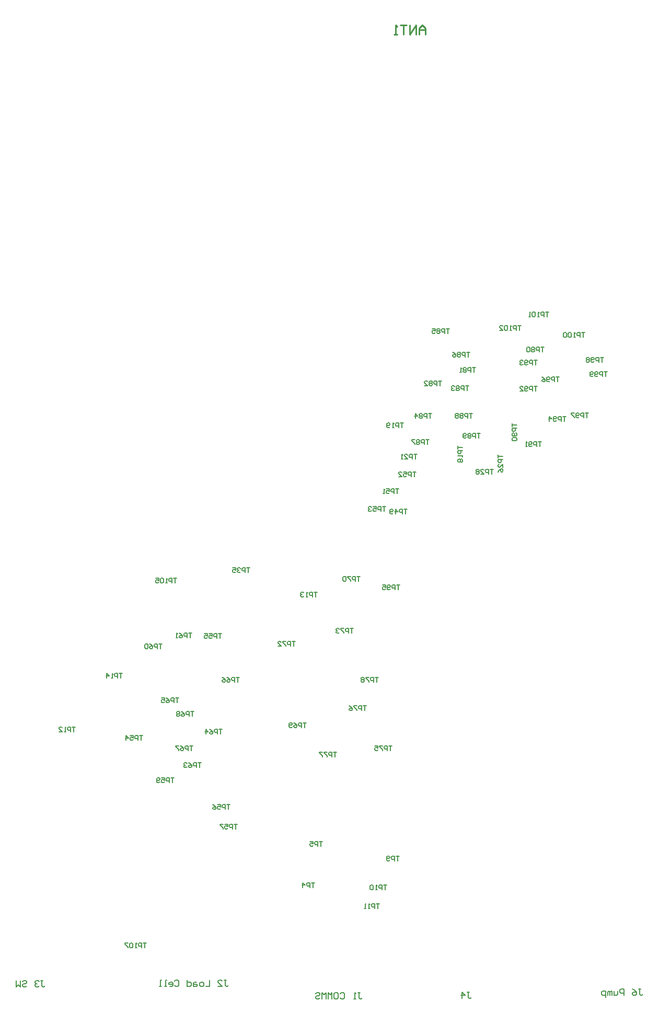
<source format=gbo>
G04 Layer_Color=32896*
%FSLAX25Y25*%
%MOIN*%
G70*
G01*
G75*
%ADD62C,0.00787*%
%ADD74C,0.01000*%
%ADD117C,0.00600*%
%ADD120C,0.00591*%
D62*
X169030Y307774D02*
X170342D01*
X169686D01*
Y304495D01*
X170342Y303839D01*
X170998D01*
X171653Y304495D01*
X167718Y307118D02*
X167062Y307774D01*
X165750D01*
X165094Y307118D01*
Y306462D01*
X165750Y305806D01*
X166406D01*
X165750D01*
X165094Y305151D01*
Y304495D01*
X165750Y303839D01*
X167062D01*
X167718Y304495D01*
X157222Y307118D02*
X157878Y307774D01*
X159190D01*
X159846Y307118D01*
Y306462D01*
X159190Y305806D01*
X157878D01*
X157222Y305151D01*
Y304495D01*
X157878Y303839D01*
X159190D01*
X159846Y304495D01*
X155911Y307774D02*
Y303839D01*
X154599Y305151D01*
X153287Y303839D01*
Y307774D01*
X285860Y307873D02*
X287172D01*
X286516D01*
Y304593D01*
X287172Y303937D01*
X287828D01*
X288484Y304593D01*
X281925Y303937D02*
X284548D01*
X281925Y306561D01*
Y307217D01*
X282581Y307873D01*
X283892D01*
X284548Y307217D01*
X276677Y307873D02*
Y303937D01*
X274053D01*
X272085D02*
X270773D01*
X270117Y304593D01*
Y305905D01*
X270773Y306561D01*
X272085D01*
X272741Y305905D01*
Y304593D01*
X272085Y303937D01*
X268150Y306561D02*
X266838D01*
X266182Y305905D01*
Y303937D01*
X268150D01*
X268806Y304593D01*
X268150Y305249D01*
X266182D01*
X262246Y307873D02*
Y303937D01*
X264214D01*
X264870Y304593D01*
Y305905D01*
X264214Y306561D01*
X262246D01*
X254375Y307217D02*
X255030Y307873D01*
X256342D01*
X256998Y307217D01*
Y304593D01*
X256342Y303937D01*
X255030D01*
X254375Y304593D01*
X251095Y303937D02*
X252407D01*
X253063Y304593D01*
Y305905D01*
X252407Y306561D01*
X251095D01*
X250439Y305905D01*
Y305249D01*
X253063D01*
X249127Y303937D02*
X247815D01*
X248471D01*
Y307873D01*
X249127D01*
X245847Y303937D02*
X244535D01*
X245191D01*
Y307873D01*
X245847D01*
X371097Y299900D02*
X372409D01*
X371753D01*
Y296620D01*
X372409Y295965D01*
X373064D01*
X373721Y296620D01*
X369785Y295965D02*
X368473D01*
X369129D01*
Y299900D01*
X369785Y299244D01*
X359945D02*
X360601Y299900D01*
X361913D01*
X362569Y299244D01*
Y296620D01*
X361913Y295965D01*
X360601D01*
X359945Y296620D01*
X356666Y299900D02*
X357978D01*
X358633Y299244D01*
Y296620D01*
X357978Y295965D01*
X356666D01*
X356010Y296620D01*
Y299244D01*
X356666Y299900D01*
X354698Y295965D02*
Y299900D01*
X353386Y298588D01*
X352074Y299900D01*
Y295965D01*
X350762D02*
Y299900D01*
X349450Y298588D01*
X348138Y299900D01*
Y295965D01*
X344202Y299244D02*
X344858Y299900D01*
X346170D01*
X346826Y299244D01*
Y298588D01*
X346170Y297932D01*
X344858D01*
X344202Y297276D01*
Y296620D01*
X344858Y295965D01*
X346170D01*
X346826Y296620D01*
X440978Y300294D02*
X442290D01*
X441635D01*
Y297014D01*
X442290Y296358D01*
X442946D01*
X443602Y297014D01*
X437699Y296358D02*
Y300294D01*
X439667Y298326D01*
X437043D01*
X550132Y302262D02*
X551444D01*
X550788D01*
Y298983D01*
X551444Y298327D01*
X552100D01*
X552756Y298983D01*
X546196Y302262D02*
X547508Y301607D01*
X548820Y300295D01*
Y298983D01*
X548164Y298327D01*
X546852D01*
X546196Y298983D01*
Y299639D01*
X546852Y300295D01*
X548820D01*
X540949Y298327D02*
Y302262D01*
X538981D01*
X538325Y301607D01*
Y300295D01*
X538981Y299639D01*
X540949D01*
X537013Y300951D02*
Y298983D01*
X536357Y298327D01*
X534389D01*
Y300951D01*
X533077Y298327D02*
Y300951D01*
X532421D01*
X531765Y300295D01*
Y298327D01*
Y300295D01*
X531109Y300951D01*
X530453Y300295D01*
Y298327D01*
X529142Y297015D02*
Y300951D01*
X527174D01*
X526518Y300295D01*
Y298983D01*
X527174Y298327D01*
X529142D01*
D74*
X414289Y910906D02*
Y914904D01*
X412290Y916904D01*
X410291Y914904D01*
Y910906D01*
Y913905D01*
X414289D01*
X408291Y910906D02*
Y916904D01*
X404293Y910906D01*
Y916904D01*
X402293D02*
X398295D01*
X400294D01*
Y910906D01*
X396295D02*
X394296D01*
X395296D01*
Y916904D01*
X396295Y915904D01*
D117*
X515751Y721011D02*
X513752D01*
X514751D01*
Y718012D01*
X512752D02*
Y721011D01*
X511253D01*
X510753Y720511D01*
Y719511D01*
X511253Y719011D01*
X512752D01*
X509753Y718012D02*
X508753D01*
X509253D01*
Y721011D01*
X509753Y720511D01*
X507254D02*
X506754Y721011D01*
X505754D01*
X505255Y720511D01*
Y718512D01*
X505754Y718012D01*
X506754D01*
X507254Y718512D01*
Y720511D01*
X504255D02*
X503755Y721011D01*
X502755D01*
X502256Y720511D01*
Y718512D01*
X502755Y718012D01*
X503755D01*
X504255Y718512D01*
Y720511D01*
X294084Y407378D02*
X292084D01*
X293084D01*
Y404379D01*
X291085D02*
Y407378D01*
X289585D01*
X289085Y406878D01*
Y405878D01*
X289585Y405378D01*
X291085D01*
X286086Y407378D02*
X288086D01*
Y405878D01*
X287086Y406378D01*
X286586D01*
X286086Y405878D01*
Y404879D01*
X286586Y404379D01*
X287586D01*
X288086Y404879D01*
X285087Y407378D02*
X283087D01*
Y406878D01*
X285087Y404879D01*
Y404379D01*
X233848Y463972D02*
X231848D01*
X232848D01*
Y460973D01*
X230849D02*
Y463972D01*
X229349D01*
X228849Y463473D01*
Y462473D01*
X229349Y461973D01*
X230849D01*
X225850Y463972D02*
X227850D01*
Y462473D01*
X226850Y462973D01*
X226350D01*
X225850Y462473D01*
Y461473D01*
X226350Y460973D01*
X227350D01*
X227850Y461473D01*
X223351Y460973D02*
Y463972D01*
X224851Y462473D01*
X222851D01*
X253828Y437005D02*
X251828D01*
X252828D01*
Y434006D01*
X250829D02*
Y437005D01*
X249329D01*
X248829Y436505D01*
Y435505D01*
X249329Y435005D01*
X250829D01*
X245830Y437005D02*
X247830D01*
Y435505D01*
X246830Y436005D01*
X246330D01*
X245830Y435505D01*
Y434506D01*
X246330Y434006D01*
X247330D01*
X247830Y434506D01*
X244830D02*
X244331Y434006D01*
X243331D01*
X242831Y434506D01*
Y436505D01*
X243331Y437005D01*
X244331D01*
X244830Y436505D01*
Y436005D01*
X244331Y435505D01*
X242831D01*
X246361Y522389D02*
X244362D01*
X245362D01*
Y519390D01*
X243362D02*
Y522389D01*
X241863D01*
X241363Y521889D01*
Y520889D01*
X241863Y520390D01*
X243362D01*
X238364Y522389D02*
X239364Y521889D01*
X240363Y520889D01*
Y519890D01*
X239863Y519390D01*
X238864D01*
X238364Y519890D01*
Y520390D01*
X238864Y520889D01*
X240363D01*
X237364Y521889D02*
X236864Y522389D01*
X235865D01*
X235365Y521889D01*
Y519890D01*
X235865Y519390D01*
X236864D01*
X237364Y519890D01*
Y521889D01*
X284143Y528933D02*
X282143D01*
X283143D01*
Y525934D01*
X281144D02*
Y528933D01*
X279644D01*
X279145Y528433D01*
Y527433D01*
X279644Y526934D01*
X281144D01*
X276145Y528933D02*
X278145D01*
Y527433D01*
X277145Y527933D01*
X276645D01*
X276145Y527433D01*
Y526434D01*
X276645Y525934D01*
X277645D01*
X278145Y526434D01*
X273146Y528933D02*
X275146D01*
Y527433D01*
X274146Y527933D01*
X273646D01*
X273146Y527433D01*
Y526434D01*
X273646Y525934D01*
X274646D01*
X275146Y526434D01*
X284635Y467909D02*
X282636D01*
X283635D01*
Y464910D01*
X281636D02*
Y467909D01*
X280136D01*
X279637Y467410D01*
Y466410D01*
X280136Y465910D01*
X281636D01*
X276638Y467909D02*
X277637Y467410D01*
X278637Y466410D01*
Y465410D01*
X278137Y464910D01*
X277137D01*
X276638Y465410D01*
Y465910D01*
X277137Y466410D01*
X278637D01*
X274138Y464910D02*
Y467909D01*
X275638Y466410D01*
X273639D01*
X256879Y487987D02*
X254880D01*
X255880D01*
Y484988D01*
X253880D02*
Y487987D01*
X252381D01*
X251881Y487487D01*
Y486488D01*
X252381Y485988D01*
X253880D01*
X248882Y487987D02*
X249882Y487487D01*
X250881Y486488D01*
Y485488D01*
X250381Y484988D01*
X249382D01*
X248882Y485488D01*
Y485988D01*
X249382Y486488D01*
X250881D01*
X245883Y487987D02*
X247882D01*
Y486488D01*
X246883Y486987D01*
X246383D01*
X245883Y486488D01*
Y485488D01*
X246383Y484988D01*
X247382D01*
X247882Y485488D01*
X331190Y523913D02*
X329191D01*
X330190D01*
Y520914D01*
X328191D02*
Y523913D01*
X326692D01*
X326192Y523413D01*
Y522414D01*
X326692Y521914D01*
X328191D01*
X325192Y523913D02*
X323193D01*
Y523413D01*
X325192Y521414D01*
Y520914D01*
X320194D02*
X322193D01*
X320194Y522914D01*
Y523413D01*
X320693Y523913D01*
X321693D01*
X322193Y523413D01*
X372713Y565362D02*
X370714D01*
X371714D01*
Y562363D01*
X369714D02*
Y565362D01*
X368215D01*
X367715Y564862D01*
Y563862D01*
X368215Y563362D01*
X369714D01*
X366715Y565362D02*
X364716D01*
Y564862D01*
X366715Y562862D01*
Y562363D01*
X363716Y564862D02*
X363216Y565362D01*
X362217D01*
X361717Y564862D01*
Y562862D01*
X362217Y562363D01*
X363216D01*
X363716Y562862D01*
Y564862D01*
X376567Y482871D02*
X374567D01*
X375567D01*
Y479872D01*
X373568D02*
Y482871D01*
X372068D01*
X371568Y482371D01*
Y481372D01*
X372068Y480872D01*
X373568D01*
X370569Y482871D02*
X368569D01*
Y482371D01*
X370569Y480372D01*
Y479872D01*
X365570Y482871D02*
X366570Y482371D01*
X367569Y481372D01*
Y480372D01*
X367070Y479872D01*
X366070D01*
X365570Y480372D01*
Y480872D01*
X366070Y481372D01*
X367569D01*
X384143Y501079D02*
X382143D01*
X383143D01*
Y498080D01*
X381144D02*
Y501079D01*
X379644D01*
X379145Y500579D01*
Y499579D01*
X379644Y499079D01*
X381144D01*
X378145Y501079D02*
X376145D01*
Y500579D01*
X378145Y498579D01*
Y498080D01*
X375146Y500579D02*
X374646Y501079D01*
X373646D01*
X373146Y500579D01*
Y500079D01*
X373646Y499579D01*
X373146Y499079D01*
Y498579D01*
X373646Y498080D01*
X374646D01*
X375146Y498579D01*
Y499079D01*
X374646Y499579D01*
X375146Y500079D01*
Y500579D01*
X374646Y499579D02*
X373646D01*
X289655Y419878D02*
X287655D01*
X288655D01*
Y416879D01*
X286656D02*
Y419878D01*
X285156D01*
X284656Y419378D01*
Y418378D01*
X285156Y417878D01*
X286656D01*
X281657Y419878D02*
X283657D01*
Y418378D01*
X282657Y418878D01*
X282157D01*
X281657Y418378D01*
Y417379D01*
X282157Y416879D01*
X283157D01*
X283657Y417379D01*
X278658Y419878D02*
X279658Y419378D01*
X280658Y418378D01*
Y417379D01*
X280158Y416879D01*
X279158D01*
X278658Y417379D01*
Y417878D01*
X279158Y418378D01*
X280658D01*
X271151Y446550D02*
X269152D01*
X270151D01*
Y443551D01*
X268152D02*
Y446550D01*
X266652D01*
X266153Y446050D01*
Y445051D01*
X266652Y444551D01*
X268152D01*
X263154Y446550D02*
X264153Y446050D01*
X265153Y445051D01*
Y444051D01*
X264653Y443551D01*
X263653D01*
X263154Y444051D01*
Y444551D01*
X263653Y445051D01*
X265153D01*
X262154Y446050D02*
X261654Y446550D01*
X260654D01*
X260155Y446050D01*
Y445550D01*
X260654Y445051D01*
X261154D01*
X260654D01*
X260155Y444551D01*
Y444051D01*
X260654Y443551D01*
X261654D01*
X262154Y444051D01*
X393001Y457476D02*
X391002D01*
X392001D01*
Y454477D01*
X390002D02*
Y457476D01*
X388503D01*
X388003Y456976D01*
Y455977D01*
X388503Y455477D01*
X390002D01*
X387003Y457476D02*
X385004D01*
Y456976D01*
X387003Y454977D01*
Y454477D01*
X382005Y457476D02*
X384004D01*
Y455977D01*
X383004Y456477D01*
X382505D01*
X382005Y455977D01*
Y454977D01*
X382505Y454477D01*
X383504D01*
X384004Y454977D01*
X265147Y529228D02*
X263147D01*
X264147D01*
Y526229D01*
X262148D02*
Y529228D01*
X260648D01*
X260148Y528728D01*
Y527729D01*
X260648Y527229D01*
X262148D01*
X257149Y529228D02*
X258149Y528728D01*
X259149Y527729D01*
Y526729D01*
X258649Y526229D01*
X257649D01*
X257149Y526729D01*
Y527229D01*
X257649Y527729D01*
X259149D01*
X256150Y526229D02*
X255150D01*
X255650D01*
Y529228D01*
X256150Y528728D01*
X266033Y457475D02*
X264034D01*
X265033D01*
Y454476D01*
X263034D02*
Y457475D01*
X261534D01*
X261034Y456975D01*
Y455976D01*
X261534Y455476D01*
X263034D01*
X258035Y457475D02*
X259035Y456975D01*
X260035Y455976D01*
Y454976D01*
X259535Y454476D01*
X258535D01*
X258035Y454976D01*
Y455476D01*
X258535Y455976D01*
X260035D01*
X257036Y457475D02*
X255036D01*
Y456975D01*
X257036Y454976D01*
Y454476D01*
X266427Y479227D02*
X264427D01*
X265427D01*
Y476228D01*
X263428D02*
Y479227D01*
X261928D01*
X261428Y478727D01*
Y477728D01*
X261928Y477228D01*
X263428D01*
X258429Y479227D02*
X259429Y478727D01*
X260429Y477728D01*
Y476728D01*
X259929Y476228D01*
X258929D01*
X258429Y476728D01*
Y477228D01*
X258929Y477728D01*
X260429D01*
X257430Y478727D02*
X256930Y479227D01*
X255930D01*
X255430Y478727D01*
Y478228D01*
X255930Y477728D01*
X255430Y477228D01*
Y476728D01*
X255930Y476228D01*
X256930D01*
X257430Y476728D01*
Y477228D01*
X256930Y477728D01*
X257430Y478228D01*
Y478727D01*
X256930Y477728D02*
X255930D01*
X338375Y472043D02*
X336376D01*
X337375D01*
Y469044D01*
X335376D02*
Y472043D01*
X333877D01*
X333377Y471543D01*
Y470544D01*
X333877Y470044D01*
X335376D01*
X330378Y472043D02*
X331377Y471543D01*
X332377Y470544D01*
Y469544D01*
X331877Y469044D01*
X330877D01*
X330378Y469544D01*
Y470044D01*
X330877Y470544D01*
X332377D01*
X329378Y469544D02*
X328878Y469044D01*
X327878D01*
X327379Y469544D01*
Y471543D01*
X327878Y472043D01*
X328878D01*
X329378Y471543D01*
Y471043D01*
X328878Y470544D01*
X327379D01*
X368297Y532278D02*
X366297D01*
X367297D01*
Y529279D01*
X365298D02*
Y532278D01*
X363798D01*
X363298Y531779D01*
Y530779D01*
X363798Y530279D01*
X365298D01*
X362299Y532278D02*
X360299D01*
Y531779D01*
X362299Y529779D01*
Y529279D01*
X359300Y531779D02*
X358800Y532278D01*
X357800D01*
X357300Y531779D01*
Y531279D01*
X357800Y530779D01*
X358300D01*
X357800D01*
X357300Y530279D01*
Y529779D01*
X357800Y529279D01*
X358800D01*
X359300Y529779D01*
X357568Y453441D02*
X355569D01*
X356568D01*
Y450442D01*
X354569D02*
Y453441D01*
X353069D01*
X352570Y452941D01*
Y451941D01*
X353069Y451441D01*
X354569D01*
X351570Y453441D02*
X349571D01*
Y452941D01*
X351570Y450942D01*
Y450442D01*
X348571Y453441D02*
X346572D01*
Y452941D01*
X348571Y450942D01*
Y450442D01*
X489865Y711562D02*
X487866D01*
X488866D01*
Y708563D01*
X486866D02*
Y711562D01*
X485367D01*
X484867Y711062D01*
Y710063D01*
X485367Y709563D01*
X486866D01*
X483867Y711062D02*
X483367Y711562D01*
X482368D01*
X481868Y711062D01*
Y710562D01*
X482368Y710063D01*
X481868Y709563D01*
Y709063D01*
X482368Y708563D01*
X483367D01*
X483867Y709063D01*
Y709563D01*
X483367Y710063D01*
X483867Y710562D01*
Y711062D01*
X483367Y710063D02*
X482368D01*
X480868Y711062D02*
X480369Y711562D01*
X479369D01*
X478869Y711062D01*
Y709063D01*
X479369Y708563D01*
X480369D01*
X480868Y709063D01*
Y711062D01*
X446264Y698618D02*
X444264D01*
X445264D01*
Y695619D01*
X443264D02*
Y698618D01*
X441765D01*
X441265Y698118D01*
Y697118D01*
X441765Y696618D01*
X443264D01*
X440265Y698118D02*
X439766Y698618D01*
X438766D01*
X438266Y698118D01*
Y697618D01*
X438766Y697118D01*
X438266Y696618D01*
Y696118D01*
X438766Y695619D01*
X439766D01*
X440265Y696118D01*
Y696618D01*
X439766Y697118D01*
X440265Y697618D01*
Y698118D01*
X439766Y697118D02*
X438766D01*
X437266Y695619D02*
X436267D01*
X436766D01*
Y698618D01*
X437266Y698118D01*
X424708Y690105D02*
X422709D01*
X423708D01*
Y687106D01*
X421709D02*
Y690105D01*
X420209D01*
X419709Y689606D01*
Y688606D01*
X420209Y688106D01*
X421709D01*
X418710Y689606D02*
X418210Y690105D01*
X417210D01*
X416711Y689606D01*
Y689106D01*
X417210Y688606D01*
X416711Y688106D01*
Y687606D01*
X417210Y687106D01*
X418210D01*
X418710Y687606D01*
Y688106D01*
X418210Y688606D01*
X418710Y689106D01*
Y689606D01*
X418210Y688606D02*
X417210D01*
X413712Y687106D02*
X415711D01*
X413712Y689106D01*
Y689606D01*
X414211Y690105D01*
X415211D01*
X415711Y689606D01*
X441721Y686974D02*
X439722D01*
X440722D01*
Y683975D01*
X438722D02*
Y686974D01*
X437223D01*
X436723Y686474D01*
Y685474D01*
X437223Y684975D01*
X438722D01*
X435723Y686474D02*
X435223Y686974D01*
X434224D01*
X433724Y686474D01*
Y685974D01*
X434224Y685474D01*
X433724Y684975D01*
Y684475D01*
X434224Y683975D01*
X435223D01*
X435723Y684475D01*
Y684975D01*
X435223Y685474D01*
X435723Y685974D01*
Y686474D01*
X435223Y685474D02*
X434224D01*
X432724Y686474D02*
X432224Y686974D01*
X431225D01*
X430725Y686474D01*
Y685974D01*
X431225Y685474D01*
X431725D01*
X431225D01*
X430725Y684975D01*
Y684475D01*
X431225Y683975D01*
X432224D01*
X432724Y684475D01*
X418310Y669338D02*
X416311D01*
X417311D01*
Y666339D01*
X415311D02*
Y669338D01*
X413812D01*
X413312Y668838D01*
Y667838D01*
X413812Y667338D01*
X415311D01*
X412312Y668838D02*
X411812Y669338D01*
X410813D01*
X410313Y668838D01*
Y668338D01*
X410813Y667838D01*
X410313Y667338D01*
Y666838D01*
X410813Y666339D01*
X411812D01*
X412312Y666838D01*
Y667338D01*
X411812Y667838D01*
X412312Y668338D01*
Y668838D01*
X411812Y667838D02*
X410813D01*
X407814Y666339D02*
Y669338D01*
X409313Y667838D01*
X407314D01*
X429531Y723520D02*
X427531D01*
X428531D01*
Y720520D01*
X426532D02*
Y723520D01*
X425032D01*
X424532Y723020D01*
Y722020D01*
X425032Y721520D01*
X426532D01*
X423533Y723020D02*
X423033Y723520D01*
X422033D01*
X421533Y723020D01*
Y722520D01*
X422033Y722020D01*
X421533Y721520D01*
Y721020D01*
X422033Y720520D01*
X423033D01*
X423533Y721020D01*
Y721520D01*
X423033Y722020D01*
X423533Y722520D01*
Y723020D01*
X423033Y722020D02*
X422033D01*
X418534Y723520D02*
X420534D01*
Y722020D01*
X419534Y722520D01*
X419034D01*
X418534Y722020D01*
Y721020D01*
X419034Y720520D01*
X420034D01*
X420534Y721020D01*
X442621Y708413D02*
X440622D01*
X441621D01*
Y705414D01*
X439622D02*
Y708413D01*
X438122D01*
X437623Y707913D01*
Y706913D01*
X438122Y706413D01*
X439622D01*
X436623Y707913D02*
X436123Y708413D01*
X435123D01*
X434624Y707913D01*
Y707413D01*
X435123Y706913D01*
X434624Y706413D01*
Y705914D01*
X435123Y705414D01*
X436123D01*
X436623Y705914D01*
Y706413D01*
X436123Y706913D01*
X436623Y707413D01*
Y707913D01*
X436123Y706913D02*
X435123D01*
X431625Y708413D02*
X432624Y707913D01*
X433624Y706913D01*
Y705914D01*
X433124Y705414D01*
X432124D01*
X431625Y705914D01*
Y706413D01*
X432124Y706913D01*
X433624D01*
X416440Y652605D02*
X414441D01*
X415441D01*
Y649606D01*
X413441D02*
Y652605D01*
X411942D01*
X411442Y652106D01*
Y651106D01*
X411942Y650606D01*
X413441D01*
X410442Y652106D02*
X409942Y652605D01*
X408943D01*
X408443Y652106D01*
Y651606D01*
X408943Y651106D01*
X408443Y650606D01*
Y650106D01*
X408943Y649606D01*
X409942D01*
X410442Y650106D01*
Y650606D01*
X409942Y651106D01*
X410442Y651606D01*
Y652106D01*
X409942Y651106D02*
X408943D01*
X407443Y652605D02*
X405444D01*
Y652106D01*
X407443Y650106D01*
Y649606D01*
X444295Y669386D02*
X442295D01*
X443295D01*
Y666387D01*
X441295D02*
Y669386D01*
X439796D01*
X439296Y668886D01*
Y667886D01*
X439796Y667386D01*
X441295D01*
X438297Y668886D02*
X437797Y669386D01*
X436797D01*
X436297Y668886D01*
Y668386D01*
X436797Y667886D01*
X436297Y667386D01*
Y666887D01*
X436797Y666387D01*
X437797D01*
X438297Y666887D01*
Y667386D01*
X437797Y667886D01*
X438297Y668386D01*
Y668886D01*
X437797Y667886D02*
X436797D01*
X435297Y668886D02*
X434798Y669386D01*
X433798D01*
X433298Y668886D01*
Y668386D01*
X433798Y667886D01*
X433298Y667386D01*
Y666887D01*
X433798Y666387D01*
X434798D01*
X435297Y666887D01*
Y667386D01*
X434798Y667886D01*
X435297Y668386D01*
Y668886D01*
X434798Y667886D02*
X433798D01*
X449216Y656689D02*
X447216D01*
X448216D01*
Y653690D01*
X446217D02*
Y656689D01*
X444717D01*
X444217Y656189D01*
Y655189D01*
X444717Y654690D01*
X446217D01*
X443218Y656189D02*
X442718Y656689D01*
X441718D01*
X441218Y656189D01*
Y655689D01*
X441718Y655189D01*
X441218Y654690D01*
Y654190D01*
X441718Y653690D01*
X442718D01*
X443218Y654190D01*
Y654690D01*
X442718Y655189D01*
X443218Y655689D01*
Y656189D01*
X442718Y655189D02*
X441718D01*
X440219Y654190D02*
X439719Y653690D01*
X438719D01*
X438219Y654190D01*
Y656189D01*
X438719Y656689D01*
X439719D01*
X440219Y656189D01*
Y655689D01*
X439719Y655189D01*
X438219D01*
X469543Y662944D02*
Y660945D01*
Y661944D01*
X472542D01*
Y659945D02*
X469543D01*
Y658446D01*
X470043Y657946D01*
X471043D01*
X471543Y658446D01*
Y659945D01*
X472043Y656946D02*
X472542Y656446D01*
Y655447D01*
X472043Y654947D01*
X470043D01*
X469543Y655447D01*
Y656446D01*
X470043Y656946D01*
X470543D01*
X471043Y656446D01*
Y654947D01*
X470043Y653947D02*
X469543Y653447D01*
Y652448D01*
X470043Y651948D01*
X472043D01*
X472542Y652448D01*
Y653447D01*
X472043Y653947D01*
X470043D01*
X488094Y651326D02*
X486094D01*
X487094D01*
Y648327D01*
X485095D02*
Y651326D01*
X483595D01*
X483095Y650826D01*
Y649826D01*
X483595Y649327D01*
X485095D01*
X482096Y648827D02*
X481596Y648327D01*
X480596D01*
X480096Y648827D01*
Y650826D01*
X480596Y651326D01*
X481596D01*
X482096Y650826D01*
Y650326D01*
X481596Y649826D01*
X480096D01*
X479097Y648327D02*
X478097D01*
X478597D01*
Y651326D01*
X479097Y650826D01*
X485535Y703244D02*
X483535D01*
X484535D01*
Y700245D01*
X482536D02*
Y703244D01*
X481036D01*
X480536Y702744D01*
Y701744D01*
X481036Y701245D01*
X482536D01*
X479537Y700745D02*
X479037Y700245D01*
X478037D01*
X477537Y700745D01*
Y702744D01*
X478037Y703244D01*
X479037D01*
X479537Y702744D01*
Y702244D01*
X479037Y701744D01*
X477537D01*
X476538Y702744D02*
X476038Y703244D01*
X475038D01*
X474538Y702744D01*
Y702244D01*
X475038Y701744D01*
X475538D01*
X475038D01*
X474538Y701245D01*
Y700745D01*
X475038Y700245D01*
X476038D01*
X476538Y700745D01*
X503842Y667516D02*
X501842D01*
X502842D01*
Y664517D01*
X500843D02*
Y667516D01*
X499343D01*
X498843Y667016D01*
Y666016D01*
X499343Y665516D01*
X500843D01*
X497844Y665016D02*
X497344Y664517D01*
X496344D01*
X495844Y665016D01*
Y667016D01*
X496344Y667516D01*
X497344D01*
X497844Y667016D01*
Y666516D01*
X497344Y666016D01*
X495844D01*
X493345Y664517D02*
Y667516D01*
X494845Y666016D01*
X492845D01*
X499609Y692665D02*
X497610D01*
X498609D01*
Y689666D01*
X496610D02*
Y692665D01*
X495110D01*
X494611Y692165D01*
Y691165D01*
X495110Y690665D01*
X496610D01*
X493611Y690165D02*
X493111Y689666D01*
X492111D01*
X491611Y690165D01*
Y692165D01*
X492111Y692665D01*
X493111D01*
X493611Y692165D01*
Y691665D01*
X493111Y691165D01*
X491611D01*
X488613Y692665D02*
X489612Y692165D01*
X490612Y691165D01*
Y690165D01*
X490112Y689666D01*
X489112D01*
X488613Y690165D01*
Y690665D01*
X489112Y691165D01*
X490612D01*
X518310Y669583D02*
X516311D01*
X517311D01*
Y666583D01*
X515311D02*
Y669583D01*
X513812D01*
X513312Y669083D01*
Y668083D01*
X513812Y667583D01*
X515311D01*
X512312Y667083D02*
X511812Y666583D01*
X510813D01*
X510313Y667083D01*
Y669083D01*
X510813Y669583D01*
X511812D01*
X512312Y669083D01*
Y668583D01*
X511812Y668083D01*
X510313D01*
X509313Y669583D02*
X507314D01*
Y669083D01*
X509313Y667083D01*
Y666583D01*
X527857Y705066D02*
X525858D01*
X526858D01*
Y702067D01*
X524859D02*
Y705066D01*
X523359D01*
X522859Y704566D01*
Y703567D01*
X523359Y703067D01*
X524859D01*
X521860Y702567D02*
X521360Y702067D01*
X520360D01*
X519860Y702567D01*
Y704566D01*
X520360Y705066D01*
X521360D01*
X521860Y704566D01*
Y704066D01*
X521360Y703567D01*
X519860D01*
X518860Y704566D02*
X518361Y705066D01*
X517361D01*
X516861Y704566D01*
Y704066D01*
X517361Y703567D01*
X516861Y703067D01*
Y702567D01*
X517361Y702067D01*
X518361D01*
X518860Y702567D01*
Y703067D01*
X518361Y703567D01*
X518860Y704066D01*
Y704566D01*
X518361Y703567D02*
X517361D01*
X530220Y695862D02*
X528220D01*
X529220D01*
Y692863D01*
X527221D02*
Y695862D01*
X525721D01*
X525221Y695362D01*
Y694363D01*
X525721Y693863D01*
X527221D01*
X524222Y693363D02*
X523722Y692863D01*
X522722D01*
X522222Y693363D01*
Y695362D01*
X522722Y695862D01*
X523722D01*
X524222Y695362D01*
Y694862D01*
X523722Y694363D01*
X522222D01*
X521223Y693363D02*
X520723Y692863D01*
X519723D01*
X519223Y693363D01*
Y695362D01*
X519723Y695862D01*
X520723D01*
X521223Y695362D01*
Y694862D01*
X520723Y694363D01*
X519223D01*
X475200Y725440D02*
X473201D01*
X474200D01*
Y722441D01*
X472201D02*
Y725440D01*
X470702D01*
X470202Y724940D01*
Y723941D01*
X470702Y723441D01*
X472201D01*
X469202Y722441D02*
X468202D01*
X468702D01*
Y725440D01*
X469202Y724940D01*
X466703D02*
X466203Y725440D01*
X465203D01*
X464703Y724940D01*
Y722941D01*
X465203Y722441D01*
X466203D01*
X466703Y722941D01*
Y724940D01*
X461704Y722441D02*
X463704D01*
X461704Y724440D01*
Y724940D01*
X462204Y725440D01*
X463204D01*
X463704Y724940D01*
X343409Y370026D02*
X341409D01*
X342409D01*
Y367027D01*
X340410D02*
Y370026D01*
X338910D01*
X338410Y369527D01*
Y368527D01*
X338910Y368027D01*
X340410D01*
X335911Y367027D02*
Y370026D01*
X337411Y368527D01*
X335411D01*
X348625Y396503D02*
X346626D01*
X347626D01*
Y393504D01*
X345626D02*
Y396503D01*
X344127D01*
X343627Y396003D01*
Y395004D01*
X344127Y394504D01*
X345626D01*
X340628Y396503D02*
X342627D01*
Y395004D01*
X341628Y395503D01*
X341128D01*
X340628Y395004D01*
Y394004D01*
X341128Y393504D01*
X342127D01*
X342627Y394004D01*
X397543Y387153D02*
X395543D01*
X396543D01*
Y384154D01*
X394544D02*
Y387153D01*
X393044D01*
X392544Y386653D01*
Y385653D01*
X393044Y385153D01*
X394544D01*
X391545Y384653D02*
X391045Y384154D01*
X390045D01*
X389545Y384653D01*
Y386653D01*
X390045Y387153D01*
X391045D01*
X391545Y386653D01*
Y386153D01*
X391045Y385653D01*
X389545D01*
X389472Y368649D02*
X387472D01*
X388472D01*
Y365650D01*
X386473D02*
Y368649D01*
X384973D01*
X384473Y368149D01*
Y367149D01*
X384973Y366649D01*
X386473D01*
X383473Y365650D02*
X382474D01*
X382974D01*
Y368649D01*
X383473Y368149D01*
X380974D02*
X380474Y368649D01*
X379475D01*
X378975Y368149D01*
Y366149D01*
X379475Y365650D01*
X380474D01*
X380974Y366149D01*
Y368149D01*
X384747Y356739D02*
X382748D01*
X383748D01*
Y353740D01*
X381748D02*
Y356739D01*
X380249D01*
X379749Y356239D01*
Y355240D01*
X380249Y354740D01*
X381748D01*
X378749Y353740D02*
X377749D01*
X378249D01*
Y356739D01*
X378749Y356239D01*
X376250Y353740D02*
X375250D01*
X375750D01*
Y356739D01*
X376250Y356239D01*
X191033Y469484D02*
X189033D01*
X190033D01*
Y466485D01*
X188034D02*
Y469484D01*
X186534D01*
X186034Y468984D01*
Y467985D01*
X186534Y467485D01*
X188034D01*
X185035Y466485D02*
X184035D01*
X184535D01*
Y469484D01*
X185035Y468984D01*
X180536Y466485D02*
X182535D01*
X180536Y468484D01*
Y468984D01*
X181036Y469484D01*
X182036D01*
X182535Y468984D01*
X345180Y555361D02*
X343181D01*
X344181D01*
Y552362D01*
X342181D02*
Y555361D01*
X340682D01*
X340182Y554861D01*
Y553862D01*
X340682Y553362D01*
X342181D01*
X339182Y552362D02*
X338183D01*
X338683D01*
Y555361D01*
X339182Y554861D01*
X336683D02*
X336183Y555361D01*
X335184D01*
X334684Y554861D01*
Y554362D01*
X335184Y553862D01*
X335683D01*
X335184D01*
X334684Y553362D01*
Y552862D01*
X335184Y552362D01*
X336183D01*
X336683Y552862D01*
X220954Y503539D02*
X218954D01*
X219954D01*
Y500540D01*
X217955D02*
Y503539D01*
X216455D01*
X215955Y503039D01*
Y502040D01*
X216455Y501540D01*
X217955D01*
X214956Y500540D02*
X213956D01*
X214456D01*
Y503539D01*
X214956Y503039D01*
X210957Y500540D02*
Y503539D01*
X212457Y502040D01*
X210457D01*
X434996Y648721D02*
Y646721D01*
Y647721D01*
X437995D01*
Y645721D02*
X434996D01*
Y644222D01*
X435496Y643722D01*
X436496D01*
X436996Y644222D01*
Y645721D01*
X437995Y642722D02*
Y641723D01*
Y642223D01*
X434996D01*
X435496Y642722D01*
Y640223D02*
X434996Y639723D01*
Y638724D01*
X435496Y638224D01*
X435996D01*
X436496Y638724D01*
X436996Y638224D01*
X437496D01*
X437995Y638724D01*
Y639723D01*
X437496Y640223D01*
X436996D01*
X436496Y639723D01*
X435996Y640223D01*
X435496D01*
X436496Y639723D02*
Y638724D01*
X400200Y663235D02*
X398201D01*
X399200D01*
Y660236D01*
X397201D02*
Y663235D01*
X395702D01*
X395202Y662735D01*
Y661736D01*
X395702Y661236D01*
X397201D01*
X394202Y660236D02*
X393202D01*
X393702D01*
Y663235D01*
X394202Y662735D01*
X391703Y660736D02*
X391203Y660236D01*
X390203D01*
X389703Y660736D01*
Y662735D01*
X390203Y663235D01*
X391203D01*
X391703Y662735D01*
Y662236D01*
X391203Y661736D01*
X389703D01*
X408763Y643255D02*
X406764D01*
X407763D01*
Y640256D01*
X405764D02*
Y643255D01*
X404264D01*
X403765Y642755D01*
Y641755D01*
X404264Y641256D01*
X405764D01*
X400766Y640256D02*
X402765D01*
X400766Y642255D01*
Y642755D01*
X401265Y643255D01*
X402265D01*
X402765Y642755D01*
X399766Y640256D02*
X398766D01*
X399266D01*
Y643255D01*
X399766Y642755D01*
X302267Y571011D02*
X300268D01*
X301267D01*
Y568012D01*
X299268D02*
Y571011D01*
X297768D01*
X297269Y570511D01*
Y569511D01*
X297768Y569011D01*
X299268D01*
X296269Y570511D02*
X295769Y571011D01*
X294769D01*
X294269Y570511D01*
Y570011D01*
X294769Y569511D01*
X295269D01*
X294769D01*
X294269Y569011D01*
Y568512D01*
X294769Y568012D01*
X295769D01*
X296269Y568512D01*
X291270Y571011D02*
X293270D01*
Y569511D01*
X292270Y570011D01*
X291770D01*
X291270Y569511D01*
Y568512D01*
X291770Y568012D01*
X292770D01*
X293270Y568512D01*
X402661Y608216D02*
X400661D01*
X401661D01*
Y605217D01*
X399662D02*
Y608216D01*
X398162D01*
X397662Y607716D01*
Y606716D01*
X398162Y606216D01*
X399662D01*
X395163Y605217D02*
Y608216D01*
X396663Y606716D01*
X394663D01*
X393664Y605716D02*
X393164Y605217D01*
X392164D01*
X391664Y605716D01*
Y607716D01*
X392164Y608216D01*
X393164D01*
X393664Y607716D01*
Y607216D01*
X393164Y606716D01*
X391664D01*
X397346Y621306D02*
X395346D01*
X396346D01*
Y618307D01*
X394347D02*
Y621306D01*
X392847D01*
X392347Y620806D01*
Y619807D01*
X392847Y619307D01*
X394347D01*
X389348Y621306D02*
X391348D01*
Y619807D01*
X390348Y620306D01*
X389848D01*
X389348Y619807D01*
Y618807D01*
X389848Y618307D01*
X390848D01*
X391348Y618807D01*
X388349Y618307D02*
X387349D01*
X387849D01*
Y621306D01*
X388349Y620806D01*
X408074Y632034D02*
X406075D01*
X407074D01*
Y629035D01*
X405075D02*
Y632034D01*
X403576D01*
X403076Y631535D01*
Y630535D01*
X403576Y630035D01*
X405075D01*
X400077Y632034D02*
X402076D01*
Y630535D01*
X401076Y631035D01*
X400576D01*
X400077Y630535D01*
Y629535D01*
X400576Y629035D01*
X401576D01*
X402076Y629535D01*
X397078Y629035D02*
X399077D01*
X397078Y631035D01*
Y631535D01*
X397577Y632034D01*
X398577D01*
X399077Y631535D01*
X388783Y609987D02*
X386783D01*
X387783D01*
Y606988D01*
X385784D02*
Y609987D01*
X384284D01*
X383784Y609487D01*
Y608488D01*
X384284Y607988D01*
X385784D01*
X380785Y609987D02*
X382785D01*
Y608488D01*
X381785Y608988D01*
X381285D01*
X380785Y608488D01*
Y607488D01*
X381285Y606988D01*
X382285D01*
X382785Y607488D01*
X379786Y609487D02*
X379286Y609987D01*
X378286D01*
X377786Y609487D01*
Y608988D01*
X378286Y608488D01*
X378786D01*
X378286D01*
X377786Y607988D01*
Y607488D01*
X378286Y606988D01*
X379286D01*
X379786Y607488D01*
X295659Y501177D02*
X293659D01*
X294659D01*
Y498178D01*
X292659D02*
Y501177D01*
X291160D01*
X290660Y500677D01*
Y499678D01*
X291160Y499178D01*
X292659D01*
X287661Y501177D02*
X288661Y500677D01*
X289661Y499678D01*
Y498678D01*
X289161Y498178D01*
X288161D01*
X287661Y498678D01*
Y499178D01*
X288161Y499678D01*
X289661D01*
X284662Y501177D02*
X285662Y500677D01*
X286662Y499678D01*
Y498678D01*
X286162Y498178D01*
X285162D01*
X284662Y498678D01*
Y499178D01*
X285162Y499678D01*
X286662D01*
X485436Y686562D02*
X483437D01*
X484437D01*
Y683563D01*
X482437D02*
Y686562D01*
X480938D01*
X480438Y686062D01*
Y685063D01*
X480938Y684563D01*
X482437D01*
X479438Y684063D02*
X478938Y683563D01*
X477939D01*
X477439Y684063D01*
Y686062D01*
X477939Y686562D01*
X478938D01*
X479438Y686062D01*
Y685562D01*
X478938Y685063D01*
X477439D01*
X474440Y683563D02*
X476439D01*
X474440Y685562D01*
Y686062D01*
X474940Y686562D01*
X475939D01*
X476439Y686062D01*
X397726Y559937D02*
X395726D01*
X396726D01*
Y556938D01*
X394726D02*
Y559937D01*
X393227D01*
X392727Y559437D01*
Y558437D01*
X393227Y557937D01*
X394726D01*
X391727Y557438D02*
X391228Y556938D01*
X390228D01*
X389728Y557438D01*
Y559437D01*
X390228Y559937D01*
X391228D01*
X391727Y559437D01*
Y558937D01*
X391228Y558437D01*
X389728D01*
X386729Y559937D02*
X388728D01*
Y558437D01*
X387729Y558937D01*
X387229D01*
X386729Y558437D01*
Y557438D01*
X387229Y556938D01*
X388229D01*
X388728Y557438D01*
X255613Y564318D02*
X253614D01*
X254614D01*
Y561319D01*
X252614D02*
Y564318D01*
X251115D01*
X250615Y563818D01*
Y562818D01*
X251115Y562319D01*
X252614D01*
X249615Y561319D02*
X248616D01*
X249115D01*
Y564318D01*
X249615Y563818D01*
X247116D02*
X246616Y564318D01*
X245617D01*
X245117Y563818D01*
Y561819D01*
X245617Y561319D01*
X246616D01*
X247116Y561819D01*
Y563818D01*
X242118Y564318D02*
X244117D01*
Y562818D01*
X243117Y563318D01*
X242618D01*
X242118Y562818D01*
Y561819D01*
X242618Y561319D01*
X243617D01*
X244117Y561819D01*
X236125Y331641D02*
X234126D01*
X235126D01*
Y328642D01*
X233126D02*
Y331641D01*
X231627D01*
X231127Y331141D01*
Y330141D01*
X231627Y329641D01*
X233126D01*
X230127Y328642D02*
X229128D01*
X229627D01*
Y331641D01*
X230127Y331141D01*
X227628D02*
X227128Y331641D01*
X226129D01*
X225629Y331141D01*
Y329142D01*
X226129Y328642D01*
X227128D01*
X227628Y329142D01*
Y331141D01*
X224629Y331641D02*
X222630D01*
Y331141D01*
X224629Y329142D01*
Y328642D01*
X457385Y633806D02*
X455386D01*
X456385D01*
Y630807D01*
X454386D02*
Y633806D01*
X452886D01*
X452387Y633306D01*
Y632306D01*
X452886Y631807D01*
X454386D01*
X449388Y630807D02*
X451387D01*
X449388Y632806D01*
Y633306D01*
X449887Y633806D01*
X450887D01*
X451387Y633306D01*
X448388D02*
X447888Y633806D01*
X446888D01*
X446388Y633306D01*
Y632806D01*
X446888Y632306D01*
X446388Y631807D01*
Y631307D01*
X446888Y630807D01*
X447888D01*
X448388Y631307D01*
Y631807D01*
X447888Y632306D01*
X448388Y632806D01*
Y633306D01*
X447888Y632306D02*
X446888D01*
X460685Y643110D02*
Y641111D01*
Y642111D01*
X463684D01*
Y640111D02*
X460685D01*
Y638612D01*
X461185Y638112D01*
X462185D01*
X462685Y638612D01*
Y640111D01*
X463684Y635113D02*
Y637112D01*
X461685Y635113D01*
X461185D01*
X460685Y635613D01*
Y636612D01*
X461185Y637112D01*
X460685Y632114D02*
X461185Y633113D01*
X462185Y634113D01*
X463184D01*
X463684Y633613D01*
Y632614D01*
X463184Y632114D01*
X462685D01*
X462185Y632614D01*
Y634113D01*
D120*
X492719Y734103D02*
X490720D01*
X491719D01*
Y731104D01*
X489720D02*
Y734103D01*
X488221D01*
X487721Y733603D01*
Y732603D01*
X488221Y732103D01*
X489720D01*
X486721Y731104D02*
X485721D01*
X486221D01*
Y734103D01*
X486721Y733603D01*
X484222D02*
X483722Y734103D01*
X482722D01*
X482223Y733603D01*
Y731604D01*
X482722Y731104D01*
X483722D01*
X484222Y731604D01*
Y733603D01*
X481223Y731104D02*
X480223D01*
X480723D01*
Y734103D01*
X481223Y733603D01*
M02*

</source>
